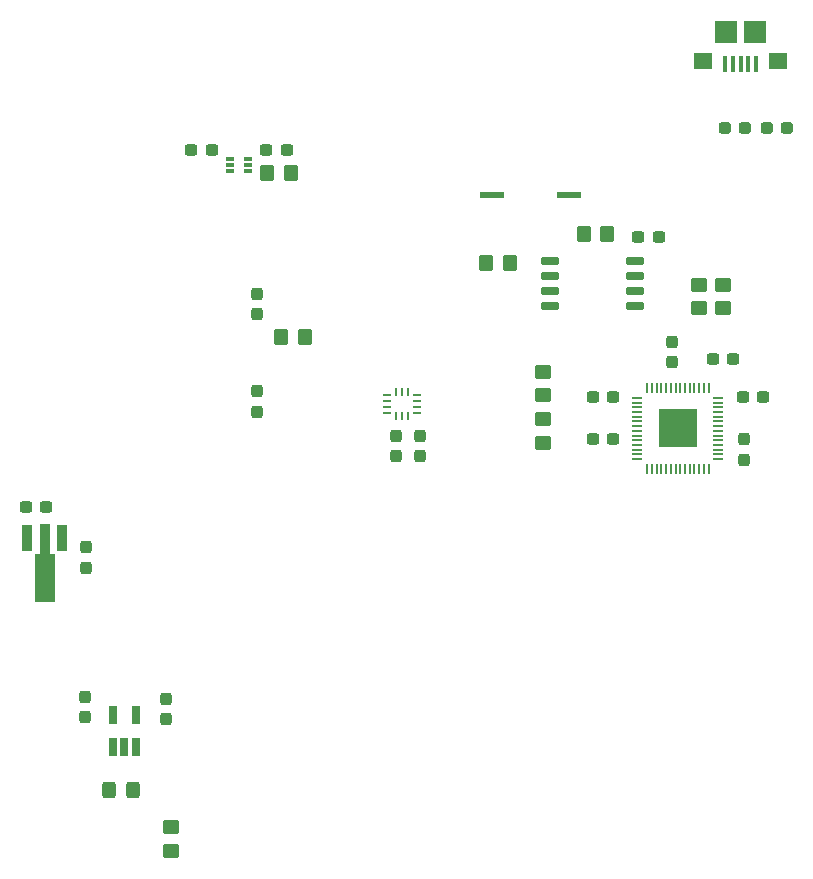
<source format=gtp>
G04 #@! TF.GenerationSoftware,KiCad,Pcbnew,(6.0.5)*
G04 #@! TF.CreationDate,2023-03-01T16:26:38-05:00*
G04 #@! TF.ProjectId,control_board,636f6e74-726f-46c5-9f62-6f6172642e6b,rev?*
G04 #@! TF.SameCoordinates,Original*
G04 #@! TF.FileFunction,Paste,Top*
G04 #@! TF.FilePolarity,Positive*
%FSLAX46Y46*%
G04 Gerber Fmt 4.6, Leading zero omitted, Abs format (unit mm)*
G04 Created by KiCad (PCBNEW (6.0.5)) date 2023-03-01 16:26:38*
%MOMM*%
%LPD*%
G01*
G04 APERTURE LIST*
G04 Aperture macros list*
%AMRoundRect*
0 Rectangle with rounded corners*
0 $1 Rounding radius*
0 $2 $3 $4 $5 $6 $7 $8 $9 X,Y pos of 4 corners*
0 Add a 4 corners polygon primitive as box body*
4,1,4,$2,$3,$4,$5,$6,$7,$8,$9,$2,$3,0*
0 Add four circle primitives for the rounded corners*
1,1,$1+$1,$2,$3*
1,1,$1+$1,$4,$5*
1,1,$1+$1,$6,$7*
1,1,$1+$1,$8,$9*
0 Add four rect primitives between the rounded corners*
20,1,$1+$1,$2,$3,$4,$5,0*
20,1,$1+$1,$4,$5,$6,$7,0*
20,1,$1+$1,$6,$7,$8,$9,0*
20,1,$1+$1,$8,$9,$2,$3,0*%
%AMFreePoly0*
4,1,9,5.362500,-0.866500,1.237500,-0.866500,1.237500,-0.450000,-1.237500,-0.450000,-1.237500,0.450000,1.237500,0.450000,1.237500,0.866500,5.362500,0.866500,5.362500,-0.866500,5.362500,-0.866500,$1*%
G04 Aperture macros list end*
%ADD10RoundRect,0.237500X-0.287500X-0.237500X0.287500X-0.237500X0.287500X0.237500X-0.287500X0.237500X0*%
%ADD11RoundRect,0.237500X0.287500X0.237500X-0.287500X0.237500X-0.287500X-0.237500X0.287500X-0.237500X0*%
%ADD12R,0.400000X1.350000*%
%ADD13R,1.900000X1.900000*%
%ADD14R,1.600000X1.400000*%
%ADD15RoundRect,0.237500X-0.237500X0.300000X-0.237500X-0.300000X0.237500X-0.300000X0.237500X0.300000X0*%
%ADD16RoundRect,0.237500X-0.300000X-0.237500X0.300000X-0.237500X0.300000X0.237500X-0.300000X0.237500X0*%
%ADD17RoundRect,0.250000X-0.350000X-0.450000X0.350000X-0.450000X0.350000X0.450000X-0.350000X0.450000X0*%
%ADD18R,0.650000X1.560000*%
%ADD19R,0.900000X2.300000*%
%ADD20FreePoly0,270.000000*%
%ADD21RoundRect,0.237500X0.237500X-0.300000X0.237500X0.300000X-0.237500X0.300000X-0.237500X-0.300000X0*%
%ADD22RoundRect,0.150000X-0.650000X-0.150000X0.650000X-0.150000X0.650000X0.150000X-0.650000X0.150000X0*%
%ADD23RoundRect,0.250000X0.350000X0.450000X-0.350000X0.450000X-0.350000X-0.450000X0.350000X-0.450000X0*%
%ADD24RoundRect,0.250000X-0.450000X0.350000X-0.450000X-0.350000X0.450000X-0.350000X0.450000X0.350000X0*%
%ADD25R,0.675000X0.250000*%
%ADD26R,0.250000X0.675000*%
%ADD27RoundRect,0.237500X0.300000X0.237500X-0.300000X0.237500X-0.300000X-0.237500X0.300000X-0.237500X0*%
%ADD28O,0.875000X0.200000*%
%ADD29O,0.200000X0.875000*%
%ADD30R,3.200000X3.200000*%
%ADD31RoundRect,0.250000X0.450000X-0.350000X0.450000X0.350000X-0.450000X0.350000X-0.450000X-0.350000X0*%
%ADD32RoundRect,0.250000X0.325000X0.450000X-0.325000X0.450000X-0.325000X-0.450000X0.325000X-0.450000X0*%
%ADD33R,0.700000X0.340000*%
%ADD34R,2.108200X0.558800*%
G04 APERTURE END LIST*
D10*
X169813000Y-60452000D03*
X171563000Y-60452000D03*
D11*
X168007000Y-60452000D03*
X166257000Y-60452000D03*
D12*
X168918250Y-54999000D03*
X168268250Y-54999000D03*
X167618250Y-54999000D03*
X166968250Y-54999000D03*
X166318250Y-54999000D03*
D13*
X166418250Y-52324000D03*
D14*
X164418250Y-54774000D03*
D13*
X168818250Y-52324000D03*
D14*
X170818250Y-54774000D03*
D15*
X126697000Y-82737500D03*
X126697000Y-84462500D03*
D16*
X158963000Y-69627500D03*
X160688000Y-69627500D03*
X107087500Y-92562500D03*
X108812500Y-92562500D03*
X167785500Y-83213500D03*
X169510500Y-83213500D03*
D17*
X127531450Y-64206000D03*
X129531450Y-64206000D03*
D18*
X114493000Y-112856000D03*
X115443000Y-112856000D03*
X116393000Y-112856000D03*
X116393000Y-110156000D03*
X114493000Y-110156000D03*
D19*
X110200000Y-95162500D03*
D20*
X108700000Y-95250000D03*
D19*
X107200000Y-95162500D03*
D21*
X118999000Y-110490000D03*
X118999000Y-108765000D03*
D15*
X167894000Y-86795000D03*
X167894000Y-88520000D03*
D22*
X151475500Y-71722500D03*
X151475500Y-72992500D03*
X151475500Y-74262500D03*
X151475500Y-75532500D03*
X158675500Y-75532500D03*
X158675500Y-74262500D03*
X158675500Y-72992500D03*
X158675500Y-71722500D03*
D23*
X148075500Y-71877500D03*
X146075500Y-71877500D03*
D21*
X140462000Y-88238500D03*
X140462000Y-86513500D03*
D24*
X119380000Y-119650000D03*
X119380000Y-121650000D03*
D21*
X161798000Y-80264000D03*
X161798000Y-78539000D03*
D25*
X137675500Y-83070000D03*
X137675500Y-83570000D03*
X137675500Y-84070000D03*
X137675500Y-84570000D03*
D26*
X138438000Y-84832500D03*
X138938000Y-84832500D03*
X139438000Y-84832500D03*
D25*
X140200500Y-84570000D03*
X140200500Y-84070000D03*
X140200500Y-83570000D03*
X140200500Y-83070000D03*
D26*
X139438000Y-82807500D03*
X138938000Y-82807500D03*
X138438000Y-82807500D03*
D17*
X154325500Y-69377500D03*
X156325500Y-69377500D03*
D27*
X156826500Y-86767500D03*
X155101500Y-86767500D03*
D28*
X158868500Y-83279500D03*
X158868500Y-83679500D03*
X158868500Y-84079500D03*
X158868500Y-84479500D03*
X158868500Y-84879500D03*
X158868500Y-85279500D03*
X158868500Y-85679500D03*
X158868500Y-86079500D03*
X158868500Y-86479500D03*
X158868500Y-86879500D03*
X158868500Y-87279500D03*
X158868500Y-87679500D03*
X158868500Y-88079500D03*
X158868500Y-88479500D03*
D29*
X159706000Y-89317000D03*
X160106000Y-89317000D03*
X160506000Y-89317000D03*
X160906000Y-89317000D03*
X161306000Y-89317000D03*
X161706000Y-89317000D03*
X162106000Y-89317000D03*
X162506000Y-89317000D03*
X162906000Y-89317000D03*
X163306000Y-89317000D03*
X163706000Y-89317000D03*
X164106000Y-89317000D03*
X164506000Y-89317000D03*
X164906000Y-89317000D03*
D28*
X165743500Y-88479500D03*
X165743500Y-88079500D03*
X165743500Y-87679500D03*
X165743500Y-87279500D03*
X165743500Y-86879500D03*
X165743500Y-86479500D03*
X165743500Y-86079500D03*
X165743500Y-85679500D03*
X165743500Y-85279500D03*
X165743500Y-84879500D03*
X165743500Y-84479500D03*
X165743500Y-84079500D03*
X165743500Y-83679500D03*
X165743500Y-83279500D03*
D29*
X164906000Y-82442000D03*
X164506000Y-82442000D03*
X164106000Y-82442000D03*
X163706000Y-82442000D03*
X163306000Y-82442000D03*
X162906000Y-82442000D03*
X162506000Y-82442000D03*
X162106000Y-82442000D03*
X161706000Y-82442000D03*
X161306000Y-82442000D03*
X160906000Y-82442000D03*
X160506000Y-82442000D03*
X160106000Y-82442000D03*
X159706000Y-82442000D03*
D30*
X162306000Y-85879500D03*
D31*
X150876000Y-83069500D03*
X150876000Y-81069500D03*
D17*
X128697000Y-78100000D03*
X130697000Y-78100000D03*
D21*
X112200000Y-97675000D03*
X112200000Y-95950000D03*
D16*
X121115750Y-62301000D03*
X122840750Y-62301000D03*
D31*
X164084000Y-75703500D03*
X164084000Y-73703500D03*
D21*
X126697000Y-76212500D03*
X126697000Y-74487500D03*
D24*
X150876000Y-85117500D03*
X150876000Y-87117500D03*
D15*
X138430000Y-86513500D03*
X138430000Y-88238500D03*
D16*
X127465750Y-62301000D03*
X129190750Y-62301000D03*
D27*
X156818500Y-83211500D03*
X155093500Y-83211500D03*
D21*
X112141000Y-110336500D03*
X112141000Y-108611500D03*
D32*
X116188600Y-116484400D03*
X114138600Y-116484400D03*
D31*
X166116000Y-75703500D03*
X166116000Y-73703500D03*
D33*
X124403250Y-63071000D03*
X124403250Y-63571000D03*
X124403250Y-64071000D03*
X125903250Y-64071000D03*
X125903250Y-63571000D03*
X125903250Y-63071000D03*
D16*
X165253500Y-80010000D03*
X166978500Y-80010000D03*
D34*
X153126200Y-66127500D03*
X146524800Y-66127500D03*
M02*

</source>
